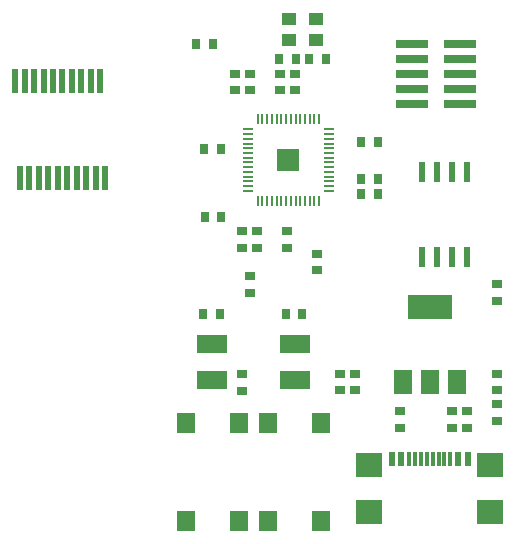
<source format=gtp>
G04*
G04 #@! TF.GenerationSoftware,Altium Limited,Altium Designer,22.2.1 (43)*
G04*
G04 Layer_Color=8421504*
%FSLAX25Y25*%
%MOIN*%
G70*
G04*
G04 #@! TF.SameCoordinates,1C25F414-B9C3-4C75-A36B-C8DD24576EA7*
G04*
G04*
G04 #@! TF.FilePolarity,Positive*
G04*
G01*
G75*
%ADD17R,0.11000X0.03000*%
%ADD18R,0.03150X0.03543*%
%ADD19R,0.05118X0.04331*%
%ADD20R,0.08583X0.07874*%
%ADD21R,0.02362X0.04528*%
%ADD22R,0.01181X0.04528*%
%ADD23R,0.05906X0.06890*%
%ADD24R,0.03543X0.03150*%
%ADD25R,0.10236X0.05906*%
G04:AMPARAMS|DCode=26|XSize=64.96mil|YSize=22.84mil|CornerRadius=2.85mil|HoleSize=0mil|Usage=FLASHONLY|Rotation=270.000|XOffset=0mil|YOffset=0mil|HoleType=Round|Shape=RoundedRectangle|*
%AMROUNDEDRECTD26*
21,1,0.06496,0.01713,0,0,270.0*
21,1,0.05925,0.02284,0,0,270.0*
1,1,0.00571,-0.00856,-0.02963*
1,1,0.00571,-0.00856,0.02963*
1,1,0.00571,0.00856,0.02963*
1,1,0.00571,0.00856,-0.02963*
%
%ADD26ROUNDEDRECTD26*%
%ADD27R,0.14961X0.07874*%
%ADD28R,0.05906X0.07874*%
%ADD29R,0.07717X0.07717*%
G04:AMPARAMS|DCode=30|XSize=33.07mil|YSize=7.87mil|CornerRadius=0.98mil|HoleSize=0mil|Usage=FLASHONLY|Rotation=180.000|XOffset=0mil|YOffset=0mil|HoleType=Round|Shape=RoundedRectangle|*
%AMROUNDEDRECTD30*
21,1,0.03307,0.00591,0,0,180.0*
21,1,0.03110,0.00787,0,0,180.0*
1,1,0.00197,-0.01555,0.00295*
1,1,0.00197,0.01555,0.00295*
1,1,0.00197,0.01555,-0.00295*
1,1,0.00197,-0.01555,-0.00295*
%
%ADD30ROUNDEDRECTD30*%
G04:AMPARAMS|DCode=31|XSize=7.87mil|YSize=33.07mil|CornerRadius=0.98mil|HoleSize=0mil|Usage=FLASHONLY|Rotation=180.000|XOffset=0mil|YOffset=0mil|HoleType=Round|Shape=RoundedRectangle|*
%AMROUNDEDRECTD31*
21,1,0.00787,0.03110,0,0,180.0*
21,1,0.00591,0.03307,0,0,180.0*
1,1,0.00197,-0.00295,0.01555*
1,1,0.00197,0.00295,0.01555*
1,1,0.00197,0.00295,-0.01555*
1,1,0.00197,-0.00295,-0.01555*
%
%ADD31ROUNDEDRECTD31*%
%ADD32R,0.01968X0.07874*%
D17*
X161500Y167500D02*
D03*
X177500D02*
D03*
X161500Y162500D02*
D03*
X177500D02*
D03*
X161500Y157500D02*
D03*
X177500D02*
D03*
X161500Y152500D02*
D03*
X177500D02*
D03*
X161500Y147500D02*
D03*
X177500D02*
D03*
D18*
X89744Y167500D02*
D03*
X95256D02*
D03*
X132756Y162500D02*
D03*
X127244D02*
D03*
X117244Y162500D02*
D03*
X122756D02*
D03*
X144744Y135000D02*
D03*
X150256D02*
D03*
X144744Y122500D02*
D03*
X150256D02*
D03*
X92500Y110000D02*
D03*
X98012D02*
D03*
X92244Y132500D02*
D03*
X97756D02*
D03*
X144744Y117500D02*
D03*
X150256D02*
D03*
X119488Y77500D02*
D03*
X125000D02*
D03*
X91988D02*
D03*
X97500D02*
D03*
D19*
X129528Y168957D02*
D03*
X120472D02*
D03*
Y176043D02*
D03*
X129528D02*
D03*
D20*
X147382Y11752D02*
D03*
X187618D02*
D03*
X147382Y27224D02*
D03*
X187618D02*
D03*
D21*
X154902Y29488D02*
D03*
X180098D02*
D03*
X158051D02*
D03*
X176949D02*
D03*
D22*
X160610D02*
D03*
X162579D02*
D03*
X164547D02*
D03*
X166516D02*
D03*
X168484D02*
D03*
X170453D02*
D03*
X172421D02*
D03*
X174390D02*
D03*
D23*
X113642Y41240D02*
D03*
X131358D02*
D03*
Y8760D02*
D03*
X113642D02*
D03*
X86142Y41240D02*
D03*
X103858D02*
D03*
Y8760D02*
D03*
X86142D02*
D03*
D24*
X180000Y45256D02*
D03*
Y39744D02*
D03*
X190000Y52244D02*
D03*
Y57756D02*
D03*
X190000Y81988D02*
D03*
Y87500D02*
D03*
X117500Y152244D02*
D03*
Y157756D02*
D03*
X120000Y105256D02*
D03*
Y99744D02*
D03*
X110000Y105256D02*
D03*
Y99744D02*
D03*
X105000Y105256D02*
D03*
Y99744D02*
D03*
X107500Y152244D02*
D03*
Y157756D02*
D03*
X130000Y92244D02*
D03*
Y97756D02*
D03*
X107500Y84744D02*
D03*
Y90256D02*
D03*
X122500Y152244D02*
D03*
Y157756D02*
D03*
X175000Y45256D02*
D03*
Y39744D02*
D03*
X157500Y45256D02*
D03*
Y39744D02*
D03*
X190000Y47500D02*
D03*
Y41988D02*
D03*
X105000Y57500D02*
D03*
Y51988D02*
D03*
X137500Y57756D02*
D03*
Y52244D02*
D03*
X142500Y57756D02*
D03*
Y52244D02*
D03*
X102500Y157756D02*
D03*
Y152244D02*
D03*
D25*
X122500Y55689D02*
D03*
Y67500D02*
D03*
X95000Y55689D02*
D03*
Y67500D02*
D03*
D26*
X180000Y96772D02*
D03*
X175000D02*
D03*
X170000D02*
D03*
X165000D02*
D03*
Y125000D02*
D03*
X170000D02*
D03*
X175000D02*
D03*
X180000D02*
D03*
D27*
X167500Y79902D02*
D03*
D28*
X176555Y55098D02*
D03*
X167500D02*
D03*
X158445D02*
D03*
D29*
X120413Y128976D02*
D03*
D30*
X106890Y118740D02*
D03*
Y120315D02*
D03*
Y121890D02*
D03*
Y123465D02*
D03*
Y125039D02*
D03*
Y126614D02*
D03*
Y128189D02*
D03*
Y129764D02*
D03*
Y131339D02*
D03*
Y132913D02*
D03*
Y134488D02*
D03*
Y136063D02*
D03*
Y137638D02*
D03*
Y139213D02*
D03*
X133937D02*
D03*
Y137638D02*
D03*
Y136063D02*
D03*
Y134488D02*
D03*
Y132913D02*
D03*
Y131339D02*
D03*
Y129764D02*
D03*
Y128189D02*
D03*
Y126614D02*
D03*
Y125039D02*
D03*
Y123465D02*
D03*
Y121890D02*
D03*
Y120315D02*
D03*
Y118740D02*
D03*
D31*
X130650Y115453D02*
D03*
X129075D02*
D03*
X127500D02*
D03*
X125925D02*
D03*
X124350D02*
D03*
X122776D02*
D03*
X121201D02*
D03*
X119626D02*
D03*
X118051D02*
D03*
X116476D02*
D03*
X114902D02*
D03*
X113327D02*
D03*
X111752D02*
D03*
X110177D02*
D03*
Y142500D02*
D03*
X111752D02*
D03*
X113327D02*
D03*
X114902D02*
D03*
X116476D02*
D03*
X118051D02*
D03*
X119626D02*
D03*
X121201D02*
D03*
X122776D02*
D03*
X124350D02*
D03*
X125925D02*
D03*
X127500D02*
D03*
X129075D02*
D03*
X130650D02*
D03*
D32*
X30906Y123012D02*
D03*
X34055D02*
D03*
X37205D02*
D03*
X40354D02*
D03*
X43504D02*
D03*
X46654D02*
D03*
X49803D02*
D03*
X52953D02*
D03*
X56102D02*
D03*
X59252D02*
D03*
X57677Y155295D02*
D03*
X54528D02*
D03*
X51378D02*
D03*
X48228D02*
D03*
X45079D02*
D03*
X41929D02*
D03*
X38780D02*
D03*
X35630D02*
D03*
X32480D02*
D03*
X29331D02*
D03*
M02*

</source>
